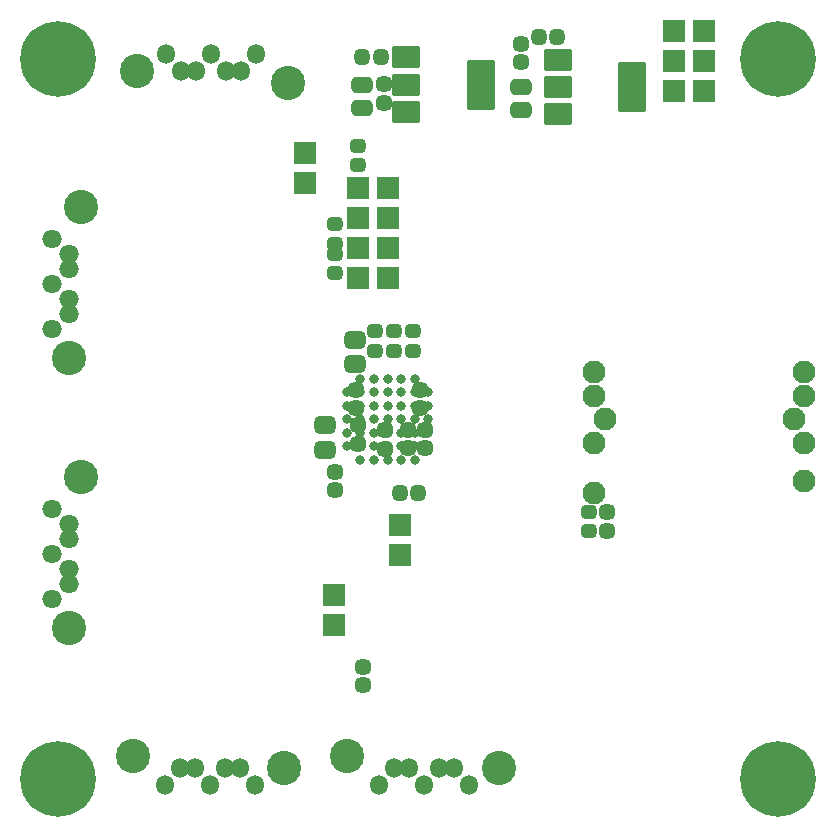
<source format=gbr>
%TF.GenerationSoftware,KiCad,Pcbnew,6.0.4-6f826c9f35~116~ubuntu20.04.1*%
%TF.CreationDate,2022-04-07T13:02:37+00:00*%
%TF.ProjectId,ADCoctoSPI01B,4144436f-6374-46f5-9350-493031422e6b,rev?*%
%TF.SameCoordinates,Original*%
%TF.FileFunction,Soldermask,Bot*%
%TF.FilePolarity,Negative*%
%FSLAX46Y46*%
G04 Gerber Fmt 4.6, Leading zero omitted, Abs format (unit mm)*
G04 Created by KiCad (PCBNEW 6.0.4-6f826c9f35~116~ubuntu20.04.1) date 2022-04-07 13:02:37*
%MOMM*%
%LPD*%
G01*
G04 APERTURE LIST*
G04 Aperture macros list*
%AMRoundRect*
0 Rectangle with rounded corners*
0 $1 Rounding radius*
0 $2 $3 $4 $5 $6 $7 $8 $9 X,Y pos of 4 corners*
0 Add a 4 corners polygon primitive as box body*
4,1,4,$2,$3,$4,$5,$6,$7,$8,$9,$2,$3,0*
0 Add four circle primitives for the rounded corners*
1,1,$1+$1,$2,$3*
1,1,$1+$1,$4,$5*
1,1,$1+$1,$6,$7*
1,1,$1+$1,$8,$9*
0 Add four rect primitives between the rounded corners*
20,1,$1+$1,$2,$3,$4,$5,0*
20,1,$1+$1,$4,$5,$6,$7,0*
20,1,$1+$1,$6,$7,$8,$9,0*
20,1,$1+$1,$8,$9,$2,$3,0*%
G04 Aperture macros list end*
%ADD10C,6.400000*%
%ADD11O,1.500000X1.700000*%
%ADD12C,2.900000*%
%ADD13O,1.700000X1.500000*%
%ADD14RoundRect,0.200000X-0.762000X-0.762000X0.762000X-0.762000X0.762000X0.762000X-0.762000X0.762000X0*%
%ADD15RoundRect,0.200000X0.762000X0.762000X-0.762000X0.762000X-0.762000X-0.762000X0.762000X-0.762000X0*%
%ADD16C,1.950000*%
%ADD17C,0.800000*%
%ADD18RoundRect,0.200000X-1.000000X-0.750000X1.000000X-0.750000X1.000000X0.750000X-1.000000X0.750000X0*%
%ADD19RoundRect,0.200000X-1.000000X-1.900000X1.000000X-1.900000X1.000000X1.900000X-1.000000X1.900000X0*%
%ADD20RoundRect,0.400000X0.275000X-0.200000X0.275000X0.200000X-0.275000X0.200000X-0.275000X-0.200000X0*%
%ADD21RoundRect,0.400000X-0.275000X0.200000X-0.275000X-0.200000X0.275000X-0.200000X0.275000X0.200000X0*%
%ADD22RoundRect,0.425000X0.250000X-0.225000X0.250000X0.225000X-0.250000X0.225000X-0.250000X-0.225000X0*%
%ADD23RoundRect,0.425000X-0.250000X0.225000X-0.250000X-0.225000X0.250000X-0.225000X0.250000X0.225000X0*%
%ADD24RoundRect,0.425000X-0.225000X-0.250000X0.225000X-0.250000X0.225000X0.250000X-0.225000X0.250000X0*%
%ADD25RoundRect,0.425000X0.225000X0.250000X-0.225000X0.250000X-0.225000X-0.250000X0.225000X-0.250000X0*%
%ADD26RoundRect,0.450000X-0.450000X0.325000X-0.450000X-0.325000X0.450000X-0.325000X0.450000X0.325000X0*%
%ADD27RoundRect,0.450000X-0.475000X0.250000X-0.475000X-0.250000X0.475000X-0.250000X0.475000X0.250000X0*%
G04 APERTURE END LIST*
D10*
%TO.C,M1*%
X64770000Y-71120000D03*
%TD*%
%TO.C,M2*%
X125730000Y-71120000D03*
%TD*%
%TO.C,M3*%
X125730000Y-132080000D03*
%TD*%
%TO.C,M4*%
X64770000Y-132080000D03*
%TD*%
D11*
%TO.C,J7*%
X99635000Y-132588000D03*
X98365000Y-131088000D03*
X97095000Y-131088000D03*
X95825000Y-132588000D03*
X94555000Y-131088000D03*
X93285000Y-131088000D03*
X92015000Y-132588000D03*
D12*
X89265000Y-130088000D03*
X102095000Y-131088000D03*
%TD*%
D11*
%TO.C,J5*%
X81485000Y-132588000D03*
X80215000Y-131088000D03*
X78945000Y-131088000D03*
X77675000Y-132588000D03*
X76405000Y-131088000D03*
X75135000Y-131088000D03*
X73865000Y-132588000D03*
D12*
X71115000Y-130088000D03*
X83945000Y-131088000D03*
%TD*%
D11*
%TO.C,J2*%
X73915000Y-70636000D03*
X75185000Y-72136000D03*
X76455000Y-72136000D03*
X77725000Y-70636000D03*
X78995000Y-72136000D03*
X80265000Y-72136000D03*
X81535000Y-70636000D03*
D12*
X84285000Y-73136000D03*
X71455000Y-72136000D03*
%TD*%
D13*
%TO.C,J3*%
X64262000Y-93980000D03*
X65762000Y-92710000D03*
X65762000Y-91440000D03*
X64262000Y-90170000D03*
X65762000Y-88900000D03*
X65762000Y-87630000D03*
X64262000Y-86360000D03*
D12*
X66762000Y-83610000D03*
X65762000Y-96440000D03*
%TD*%
D13*
%TO.C,J4*%
X64262000Y-116840000D03*
X65762000Y-115570000D03*
X65762000Y-114300000D03*
X64262000Y-113030000D03*
X65762000Y-111760000D03*
X65762000Y-110490000D03*
X64262000Y-109220000D03*
D12*
X66762000Y-106470000D03*
X65762000Y-119300000D03*
%TD*%
D14*
%TO.C,J11*%
X90170000Y-82042000D03*
X92710000Y-82042000D03*
X90170000Y-84582000D03*
X92710000Y-84582000D03*
X90170000Y-87122000D03*
X92710000Y-87122000D03*
X90170000Y-89662000D03*
X92710000Y-89662000D03*
%TD*%
D15*
%TO.C,J8*%
X85675000Y-81610000D03*
X85675000Y-79070000D03*
%TD*%
D14*
%TO.C,J9*%
X88140000Y-116460000D03*
X88140000Y-119000000D03*
%TD*%
%TO.C,J10*%
X93730000Y-110550000D03*
X93730000Y-113090000D03*
%TD*%
%TO.C,J1*%
X116940000Y-68730000D03*
X119480000Y-68730000D03*
X116940000Y-71270000D03*
X119480000Y-71270000D03*
X116940000Y-73810000D03*
X119480000Y-73810000D03*
%TD*%
D16*
%TO.C,J6*%
X127080280Y-101600000D03*
X111080280Y-101600000D03*
X127980280Y-106840000D03*
X127980280Y-103600000D03*
X127980280Y-99610000D03*
X127980280Y-97580000D03*
X110180280Y-107840000D03*
X110180280Y-103600000D03*
X110180280Y-99610000D03*
X110180280Y-97580000D03*
%TD*%
D17*
%TO.C,U1*%
X93844800Y-101600000D03*
X96144800Y-102750000D03*
X92694800Y-98150000D03*
X96144800Y-101600000D03*
X92694800Y-105050000D03*
X93844800Y-98150000D03*
X94994800Y-99300000D03*
X92694800Y-102750000D03*
X96144800Y-103900000D03*
X91544800Y-103900000D03*
X94994800Y-100450000D03*
X90394800Y-105050000D03*
X94994800Y-102750000D03*
X90394800Y-100450000D03*
X93844800Y-103900000D03*
X90394800Y-102750000D03*
X93844800Y-105050000D03*
X91544800Y-102750000D03*
X92694800Y-99300000D03*
X96144800Y-100450000D03*
X91544800Y-101600000D03*
X89244800Y-100450000D03*
X89244800Y-99300000D03*
X91544800Y-99300000D03*
X91544800Y-105050000D03*
X93844800Y-99300000D03*
X93844800Y-100450000D03*
X92694800Y-101600000D03*
X94994800Y-98150000D03*
X89244800Y-101600000D03*
X89244800Y-102750000D03*
X94994800Y-105050000D03*
X92694800Y-103900000D03*
X92694800Y-100450000D03*
X90394800Y-99300000D03*
X96144800Y-99300000D03*
X93844800Y-102750000D03*
X94994800Y-101600000D03*
X90394800Y-103900000D03*
X94994800Y-103900000D03*
X91544800Y-98150000D03*
X91544800Y-100450000D03*
X89244800Y-103900000D03*
X90394800Y-98150000D03*
X90394800Y-101600000D03*
%TD*%
D18*
%TO.C,U2*%
X94297500Y-75562520D03*
X94297500Y-73262520D03*
D19*
X100597500Y-73262520D03*
D18*
X94297500Y-70962520D03*
%TD*%
%TO.C,U3*%
X107088540Y-75741560D03*
D19*
X113388540Y-73441560D03*
D18*
X107088540Y-73441560D03*
X107088540Y-71141560D03*
%TD*%
D20*
%TO.C,R9*%
X109728000Y-111061000D03*
X109728000Y-109411000D03*
%TD*%
D21*
%TO.C,R12*%
X90180160Y-78438240D03*
X90180160Y-80088240D03*
%TD*%
%TO.C,R13*%
X88239600Y-85077800D03*
X88239600Y-86727800D03*
%TD*%
%TO.C,R14*%
X88239600Y-87579700D03*
X88239600Y-89229700D03*
%TD*%
D20*
%TO.C,R15*%
X91653360Y-95795600D03*
X91653360Y-94145600D03*
%TD*%
%TO.C,R16*%
X93258640Y-95795600D03*
X93258640Y-94145600D03*
%TD*%
%TO.C,R17*%
X94863920Y-95793760D03*
X94863920Y-94143760D03*
%TD*%
D22*
%TO.C,C19*%
X92481400Y-104088800D03*
X92481400Y-102538800D03*
%TD*%
%TO.C,C20*%
X90170000Y-103657000D03*
X90170000Y-102107000D03*
%TD*%
D23*
%TO.C,C21*%
X90043000Y-99109800D03*
X90043000Y-100659800D03*
%TD*%
D22*
%TO.C,C24*%
X111252000Y-111023000D03*
X111252000Y-109473000D03*
%TD*%
%TO.C,C25*%
X90627200Y-124125000D03*
X90627200Y-122575000D03*
%TD*%
D24*
%TO.C,C26*%
X90563400Y-70967600D03*
X92113400Y-70967600D03*
%TD*%
%TO.C,C27*%
X105491680Y-69265800D03*
X107041680Y-69265800D03*
%TD*%
D22*
%TO.C,C28*%
X92417900Y-74790600D03*
X92417900Y-73240600D03*
%TD*%
D23*
%TO.C,C29*%
X104038400Y-69842780D03*
X104038400Y-71392780D03*
%TD*%
D22*
%TO.C,C33*%
X95834200Y-104064800D03*
X95834200Y-102514800D03*
%TD*%
D23*
%TO.C,C34*%
X95453200Y-99111200D03*
X95453200Y-100661200D03*
%TD*%
D22*
%TO.C,C35*%
X94437200Y-104064800D03*
X94437200Y-102514800D03*
%TD*%
D23*
%TO.C,C36*%
X88265000Y-106069400D03*
X88265000Y-107619400D03*
%TD*%
D25*
%TO.C,C39*%
X95265540Y-107881420D03*
X93715540Y-107881420D03*
%TD*%
D26*
%TO.C,L2*%
X87416640Y-102119320D03*
X87416640Y-104169320D03*
%TD*%
%TO.C,L3*%
X89916000Y-94900600D03*
X89916000Y-96950600D03*
%TD*%
D27*
%TO.C,C31*%
X90525600Y-73332300D03*
X90525600Y-75232300D03*
%TD*%
%TO.C,C30*%
X104038400Y-73484700D03*
X104038400Y-75384700D03*
%TD*%
M02*

</source>
